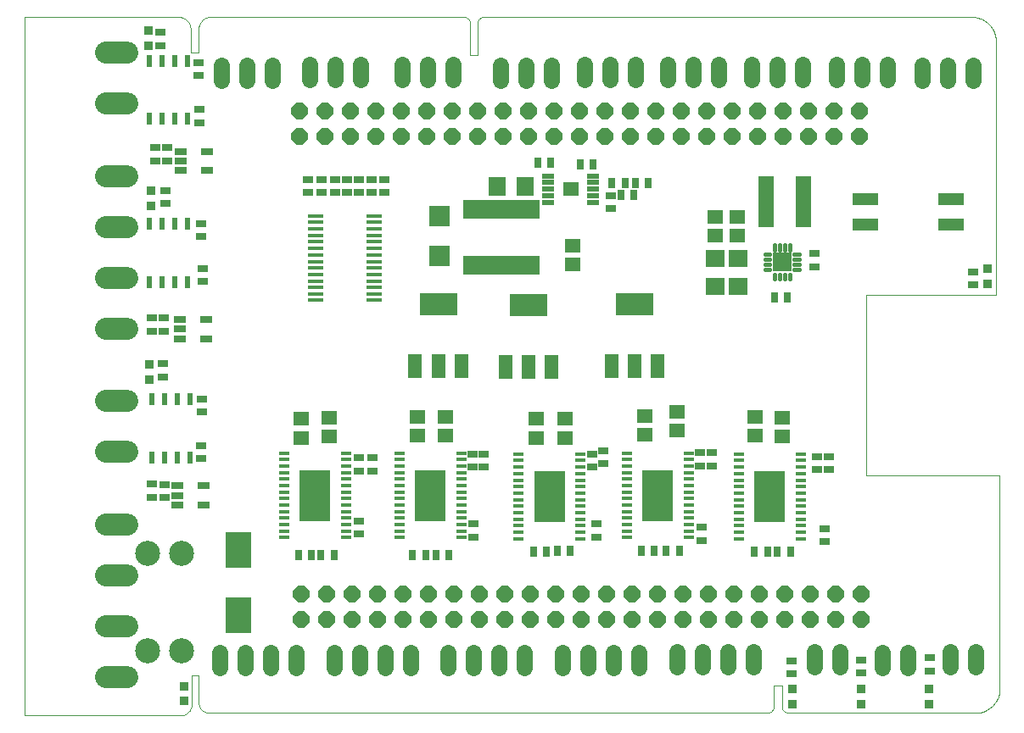
<source format=gts>
G75*
G70*
%OFA0B0*%
%FSLAX24Y24*%
%IPPOS*%
%LPD*%
%AMOC8*
5,1,8,0,0,1.08239X$1,22.5*
%
%ADD10C,0.0000*%
%ADD11OC8,0.0640*%
%ADD12R,0.0434X0.0178*%
%ADD13R,0.1221X0.2009*%
%ADD14R,0.0316X0.0394*%
%ADD15R,0.0631X0.0552*%
%ADD16R,0.0355X0.0355*%
%ADD17R,0.0520X0.0920*%
%ADD18R,0.1457X0.0906*%
%ADD19R,0.0394X0.0316*%
%ADD20R,0.0620X0.0180*%
%ADD21C,0.0640*%
%ADD22C,0.0865*%
%ADD23R,0.1001X0.0485*%
%ADD24R,0.1024X0.1418*%
%ADD25R,0.0512X0.0257*%
%ADD26R,0.0237X0.0473*%
%ADD27C,0.0158*%
%ADD28R,0.0749X0.0749*%
%ADD29R,0.0749X0.0670*%
%ADD30R,0.0591X0.2009*%
%ADD31R,0.0473X0.0197*%
%ADD32R,0.0670X0.0749*%
%ADD33R,0.0827X0.0827*%
%ADD34R,0.2993X0.0749*%
%ADD35C,0.0985*%
D10*
X000474Y003346D02*
X006615Y003346D01*
X006616Y003346D02*
X006657Y003350D01*
X006699Y003358D01*
X006739Y003369D01*
X006778Y003384D01*
X006815Y003403D01*
X006851Y003425D01*
X006884Y003450D01*
X006915Y003478D01*
X006944Y003509D01*
X006969Y003542D01*
X006991Y003577D01*
X007010Y003615D01*
X007025Y003654D01*
X007037Y003694D01*
X007044Y003735D01*
X007048Y003777D01*
X007049Y003819D01*
X007049Y004921D01*
X007324Y004921D01*
X007324Y003858D01*
X007323Y003821D01*
X007327Y003784D01*
X007334Y003748D01*
X007344Y003713D01*
X007358Y003679D01*
X007376Y003646D01*
X007396Y003616D01*
X007419Y003587D01*
X007445Y003561D01*
X007474Y003538D01*
X007504Y003517D01*
X007536Y003500D01*
X007570Y003485D01*
X007606Y003475D01*
X007642Y003467D01*
X007678Y003464D01*
X029686Y003464D01*
X029714Y003466D01*
X029742Y003471D01*
X029770Y003479D01*
X029796Y003491D01*
X029820Y003506D01*
X029842Y003523D01*
X029863Y003544D01*
X029880Y003566D01*
X029895Y003590D01*
X029907Y003616D01*
X029915Y003644D01*
X029920Y003672D01*
X029922Y003700D01*
X029923Y003700D02*
X029923Y004527D01*
X030237Y004527D01*
X030237Y003700D01*
X030238Y003700D02*
X030240Y003672D01*
X030245Y003644D01*
X030253Y003616D01*
X030265Y003590D01*
X030280Y003566D01*
X030297Y003544D01*
X030318Y003523D01*
X030340Y003506D01*
X030364Y003491D01*
X030390Y003479D01*
X030418Y003471D01*
X030446Y003466D01*
X030474Y003464D01*
X037993Y003464D01*
X037994Y003464D02*
X038052Y003475D01*
X038109Y003489D01*
X038165Y003506D01*
X038219Y003528D01*
X038273Y003552D01*
X038325Y003580D01*
X038374Y003611D01*
X038422Y003645D01*
X038468Y003682D01*
X038511Y003722D01*
X038552Y003764D01*
X038589Y003809D01*
X038624Y003856D01*
X038656Y003906D01*
X038685Y003957D01*
X038711Y004010D01*
X038733Y004064D01*
X038751Y004120D01*
X038767Y004177D01*
X038778Y004234D01*
X038786Y004292D01*
X038790Y004351D01*
X038791Y004410D01*
X038788Y004468D01*
X038781Y004527D01*
X038781Y012795D01*
X033545Y012795D01*
X033545Y019882D01*
X038663Y019882D01*
X038643Y029882D01*
X038640Y029942D01*
X038633Y030002D01*
X038622Y030062D01*
X038608Y030121D01*
X038589Y030179D01*
X038568Y030235D01*
X038543Y030291D01*
X038514Y030344D01*
X038482Y030396D01*
X038447Y030445D01*
X038409Y030492D01*
X038368Y030537D01*
X038324Y030579D01*
X038278Y030618D01*
X038229Y030654D01*
X038178Y030687D01*
X038126Y030717D01*
X038071Y030743D01*
X038015Y030766D01*
X037957Y030786D01*
X037899Y030801D01*
X037839Y030813D01*
X037779Y030822D01*
X037719Y030826D01*
X037658Y030827D01*
X037659Y030826D02*
X018545Y030826D01*
X018545Y030827D02*
X018514Y030825D01*
X018484Y030820D01*
X018454Y030812D01*
X018425Y030800D01*
X018398Y030785D01*
X018373Y030767D01*
X018350Y030746D01*
X018329Y030723D01*
X018311Y030698D01*
X018296Y030671D01*
X018284Y030642D01*
X018276Y030612D01*
X018271Y030582D01*
X018269Y030551D01*
X018269Y029330D01*
X017993Y029330D01*
X017993Y030551D01*
X017994Y030551D02*
X017992Y030582D01*
X017987Y030612D01*
X017979Y030642D01*
X017967Y030671D01*
X017952Y030698D01*
X017934Y030723D01*
X017913Y030746D01*
X017890Y030767D01*
X017865Y030785D01*
X017838Y030800D01*
X017809Y030812D01*
X017779Y030820D01*
X017749Y030825D01*
X017718Y030827D01*
X017718Y030826D02*
X007797Y030826D01*
X007756Y030824D01*
X007715Y030819D01*
X007675Y030810D01*
X007636Y030798D01*
X007598Y030782D01*
X007561Y030763D01*
X007526Y030741D01*
X007494Y030716D01*
X007463Y030688D01*
X007435Y030657D01*
X007410Y030625D01*
X007388Y030590D01*
X007369Y030553D01*
X007353Y030515D01*
X007341Y030476D01*
X007332Y030436D01*
X007327Y030395D01*
X007325Y030354D01*
X007324Y030354D02*
X007324Y029409D01*
X007009Y029409D01*
X007009Y030354D01*
X007010Y030354D02*
X007006Y030397D01*
X006999Y030439D01*
X006988Y030481D01*
X006973Y030521D01*
X006955Y030560D01*
X006934Y030597D01*
X006909Y030633D01*
X006882Y030666D01*
X006851Y030696D01*
X006819Y030724D01*
X006783Y030749D01*
X006746Y030770D01*
X006707Y030789D01*
X006667Y030804D01*
X006625Y030815D01*
X006583Y030823D01*
X006540Y030826D01*
X006497Y030827D01*
X006497Y030826D02*
X000474Y030826D01*
X000474Y003346D01*
D11*
X011340Y007137D03*
X012340Y007137D03*
X013340Y007137D03*
X014340Y007137D03*
X015340Y007137D03*
X016340Y007137D03*
X017340Y007137D03*
X018340Y007137D03*
X019340Y007137D03*
X020340Y007137D03*
X021340Y007137D03*
X022340Y007137D03*
X023340Y007137D03*
X024340Y007137D03*
X025340Y007137D03*
X026340Y007137D03*
X027340Y007137D03*
X028340Y007137D03*
X029340Y007137D03*
X030340Y007137D03*
X031340Y007137D03*
X032340Y007137D03*
X033340Y007137D03*
X033340Y008137D03*
X032340Y008137D03*
X031340Y008137D03*
X030340Y008137D03*
X029340Y008137D03*
X028340Y008137D03*
X027340Y008137D03*
X026340Y008137D03*
X025340Y008137D03*
X024340Y008137D03*
X023340Y008137D03*
X022340Y008137D03*
X021340Y008137D03*
X020340Y008137D03*
X019340Y008137D03*
X018340Y008137D03*
X017340Y008137D03*
X016340Y008137D03*
X015340Y008137D03*
X014340Y008137D03*
X013340Y008137D03*
X012340Y008137D03*
X011340Y008137D03*
X011277Y026130D03*
X012277Y026130D03*
X013277Y026130D03*
X013277Y027130D03*
X012277Y027130D03*
X011277Y027130D03*
X014277Y027130D03*
X015277Y027130D03*
X016277Y027130D03*
X017277Y027130D03*
X018277Y027130D03*
X019277Y027130D03*
X020277Y027130D03*
X021277Y027130D03*
X022277Y027130D03*
X023277Y027130D03*
X024277Y027130D03*
X025277Y027130D03*
X026277Y027130D03*
X027277Y027130D03*
X028277Y027130D03*
X029277Y027130D03*
X030277Y027130D03*
X031277Y027130D03*
X032277Y027130D03*
X033277Y027130D03*
X033277Y026130D03*
X032277Y026130D03*
X031277Y026130D03*
X030277Y026130D03*
X029277Y026130D03*
X028277Y026130D03*
X027277Y026130D03*
X026277Y026130D03*
X025277Y026130D03*
X024277Y026130D03*
X023277Y026130D03*
X022277Y026130D03*
X021277Y026130D03*
X020277Y026130D03*
X019277Y026130D03*
X018277Y026130D03*
X017277Y026130D03*
X016277Y026130D03*
X015277Y026130D03*
X014277Y026130D03*
D12*
X015203Y013671D03*
X015203Y013415D03*
X015203Y013159D03*
X015203Y012903D03*
X015203Y012647D03*
X015203Y012391D03*
X015203Y012136D03*
X015203Y011880D03*
X015203Y011624D03*
X015203Y011368D03*
X015203Y011112D03*
X015203Y010856D03*
X015203Y010600D03*
X015203Y010344D03*
X013107Y010344D03*
X013107Y010600D03*
X013107Y010856D03*
X013107Y011112D03*
X013107Y011368D03*
X013107Y011624D03*
X013107Y011880D03*
X013107Y012136D03*
X013107Y012391D03*
X013107Y012647D03*
X013107Y012903D03*
X013107Y013159D03*
X013107Y013415D03*
X013107Y013671D03*
X010675Y013671D03*
X010675Y013415D03*
X010675Y013159D03*
X010675Y012903D03*
X010675Y012647D03*
X010675Y012391D03*
X010675Y012136D03*
X010675Y011880D03*
X010675Y011624D03*
X010675Y011368D03*
X010675Y011112D03*
X010675Y010856D03*
X010675Y010600D03*
X010675Y010344D03*
X017634Y010344D03*
X017634Y010600D03*
X017634Y010856D03*
X017634Y011112D03*
X017634Y011368D03*
X017634Y011624D03*
X017634Y011880D03*
X017634Y012136D03*
X017634Y012391D03*
X017634Y012647D03*
X017634Y012903D03*
X017634Y013159D03*
X017634Y013415D03*
X017634Y013671D03*
X019888Y013632D03*
X019888Y013376D03*
X019888Y013120D03*
X019888Y012864D03*
X019888Y012608D03*
X019888Y012352D03*
X019888Y012096D03*
X019888Y011840D03*
X019888Y011584D03*
X019888Y011328D03*
X019888Y011073D03*
X019888Y010817D03*
X019888Y010561D03*
X019888Y010305D03*
X022319Y010305D03*
X022319Y010561D03*
X022319Y010817D03*
X022319Y011073D03*
X022319Y011328D03*
X022319Y011584D03*
X022319Y011840D03*
X022319Y012096D03*
X022319Y012352D03*
X022319Y012608D03*
X022319Y012864D03*
X022319Y013120D03*
X022319Y013376D03*
X022319Y013632D03*
X024140Y013671D03*
X024140Y013415D03*
X024140Y013159D03*
X024140Y012903D03*
X024140Y012647D03*
X024140Y012391D03*
X024140Y012136D03*
X024140Y011880D03*
X024140Y011624D03*
X024140Y011368D03*
X024140Y011112D03*
X024140Y010856D03*
X024140Y010600D03*
X024140Y010344D03*
X026571Y010344D03*
X026571Y010600D03*
X026571Y010856D03*
X026571Y011112D03*
X026571Y011368D03*
X026571Y011624D03*
X026571Y011880D03*
X026571Y012136D03*
X026571Y012391D03*
X026571Y012647D03*
X026571Y012903D03*
X026571Y013159D03*
X026571Y013415D03*
X026571Y013671D03*
X028549Y013632D03*
X028549Y013376D03*
X028549Y013120D03*
X028549Y012864D03*
X028549Y012608D03*
X028549Y012352D03*
X028549Y012096D03*
X028549Y011840D03*
X028549Y011584D03*
X028549Y011328D03*
X028549Y011073D03*
X028549Y010817D03*
X028549Y010561D03*
X028549Y010305D03*
X030981Y010305D03*
X030981Y010561D03*
X030981Y010817D03*
X030981Y011073D03*
X030981Y011328D03*
X030981Y011584D03*
X030981Y011840D03*
X030981Y012096D03*
X030981Y012352D03*
X030981Y012608D03*
X030981Y012864D03*
X030981Y013120D03*
X030981Y013376D03*
X030981Y013632D03*
D13*
X029765Y011968D03*
X025356Y012008D03*
X021104Y011968D03*
X016419Y012008D03*
X011891Y012008D03*
D14*
X011753Y009645D03*
X012127Y009645D03*
X012639Y009645D03*
X011241Y009645D03*
X015730Y009645D03*
X016241Y009645D03*
X016635Y009645D03*
X017147Y009645D03*
X020474Y009803D03*
X020986Y009803D03*
X021419Y009823D03*
X021930Y009823D03*
X024706Y009842D03*
X025218Y009842D03*
X025690Y009842D03*
X026202Y009842D03*
X029155Y009803D03*
X029667Y009803D03*
X030060Y009803D03*
X030572Y009803D03*
X030454Y019803D03*
X029942Y019803D03*
X024430Y023819D03*
X023919Y023819D03*
X024076Y024291D03*
X024470Y024291D03*
X024982Y024291D03*
X023564Y024291D03*
X022816Y025039D03*
X022304Y025039D03*
X021163Y025078D03*
X020651Y025078D03*
D15*
X021954Y024047D03*
X022009Y021830D03*
X022009Y021082D03*
X027600Y022224D03*
X027600Y022972D03*
X028466Y022972D03*
X028466Y022224D03*
X029174Y015098D03*
X029174Y014350D03*
X030237Y014311D03*
X030237Y015059D03*
X026104Y015295D03*
X026104Y014547D03*
X024844Y014389D03*
X024844Y015137D03*
X021714Y015019D03*
X021714Y014271D03*
X020592Y014271D03*
X020592Y015019D03*
X017029Y015098D03*
X017029Y014350D03*
X015907Y014350D03*
X015907Y015098D03*
X012442Y015059D03*
X011340Y015019D03*
X011340Y014271D03*
X012442Y014311D03*
D16*
X005395Y016555D03*
X005395Y017145D03*
X005434Y023405D03*
X005434Y023996D03*
X005356Y029704D03*
X005356Y030295D03*
X006753Y004508D03*
X006753Y003917D03*
X030651Y003799D03*
X030651Y004389D03*
X033348Y004389D03*
X033348Y003799D03*
X036025Y003799D03*
X036025Y004389D03*
X038308Y020334D03*
X038308Y020925D03*
D17*
X025360Y017087D03*
X024450Y017087D03*
X023540Y017087D03*
X021187Y017047D03*
X020277Y017047D03*
X019367Y017047D03*
X017643Y017087D03*
X016734Y017087D03*
X015824Y017087D03*
D18*
X016734Y019527D03*
X020277Y019487D03*
X024450Y019527D03*
D19*
X023505Y023287D03*
X023505Y023799D03*
X031517Y021515D03*
X031517Y021004D03*
X037757Y020807D03*
X037757Y020295D03*
X032088Y013523D03*
X031615Y013523D03*
X031615Y013011D03*
X032088Y013011D03*
X031930Y010689D03*
X031930Y010177D03*
X027482Y013169D03*
X027029Y013169D03*
X027029Y013681D03*
X027482Y013681D03*
X027088Y010748D03*
X027088Y010236D03*
X023210Y013248D03*
X022797Y013110D03*
X022797Y013622D03*
X023210Y013760D03*
X022954Y010886D03*
X022954Y010374D03*
X018525Y013130D03*
X018092Y013130D03*
X018092Y013641D03*
X018525Y013641D03*
X018111Y010886D03*
X018111Y010374D03*
X014135Y012972D03*
X013623Y012972D03*
X013623Y013484D03*
X014135Y013484D03*
X013623Y011004D03*
X013623Y010492D03*
X007403Y013445D03*
X007403Y013956D03*
X007442Y015295D03*
X007442Y015807D03*
X005907Y016673D03*
X005907Y017185D03*
X005958Y018464D03*
X005474Y018464D03*
X005474Y018976D03*
X005958Y018976D03*
X007482Y020413D03*
X007482Y020925D03*
X007403Y022185D03*
X007403Y022697D03*
X006025Y023484D03*
X006025Y023996D03*
X006072Y025173D03*
X005631Y025173D03*
X005631Y025685D03*
X006072Y025685D03*
X007363Y026673D03*
X007363Y027185D03*
X007324Y028523D03*
X007324Y029035D03*
X005828Y029704D03*
X005828Y030216D03*
X011619Y024425D03*
X011619Y023913D03*
X012151Y023917D03*
X012151Y024429D03*
X012682Y024425D03*
X013151Y024429D03*
X013623Y024429D03*
X014127Y024421D03*
X014604Y024441D03*
X014604Y023929D03*
X014127Y023909D03*
X013623Y023917D03*
X013151Y023917D03*
X012682Y023913D03*
X005966Y012441D03*
X005470Y012445D03*
X005470Y011933D03*
X005966Y011929D03*
X030631Y005492D03*
X030631Y004980D03*
X033348Y005019D03*
X033348Y005531D03*
X036064Y005610D03*
X036064Y005098D03*
D20*
X014222Y019678D03*
X014222Y019928D03*
X014222Y020188D03*
X014222Y020438D03*
X014222Y020698D03*
X014222Y020958D03*
X014222Y021208D03*
X014222Y021468D03*
X014222Y021718D03*
X014222Y021978D03*
X014222Y022238D03*
X014222Y022488D03*
X014222Y022748D03*
X014222Y022998D03*
X011922Y022998D03*
X011922Y022748D03*
X011922Y022488D03*
X011922Y022238D03*
X011922Y021978D03*
X011922Y021718D03*
X011922Y021468D03*
X011922Y021208D03*
X011922Y020958D03*
X011922Y020698D03*
X011922Y020438D03*
X011922Y020188D03*
X011922Y019928D03*
X011922Y019678D03*
D21*
X010214Y028322D02*
X010214Y028922D01*
X009214Y028922D02*
X009214Y028322D01*
X008214Y028322D02*
X008214Y028922D01*
X011678Y028961D02*
X011678Y028361D01*
X012678Y028361D02*
X012678Y028961D01*
X013678Y028961D02*
X013678Y028361D01*
X015300Y028361D02*
X015300Y028961D01*
X016300Y028961D02*
X016300Y028361D01*
X017300Y028361D02*
X017300Y028961D01*
X019198Y028922D02*
X019198Y028322D01*
X020198Y028322D02*
X020198Y028922D01*
X021198Y028922D02*
X021198Y028322D01*
X022466Y028361D02*
X022466Y028961D01*
X023466Y028961D02*
X023466Y028361D01*
X024466Y028361D02*
X024466Y028961D01*
X025734Y028961D02*
X025734Y028361D01*
X026734Y028361D02*
X026734Y028961D01*
X027734Y028961D02*
X027734Y028361D01*
X029041Y028361D02*
X029041Y028961D01*
X030041Y028961D02*
X030041Y028361D01*
X031041Y028361D02*
X031041Y028961D01*
X032387Y028961D02*
X032387Y028361D01*
X033387Y028361D02*
X033387Y028961D01*
X034387Y028961D02*
X034387Y028361D01*
X035734Y028322D02*
X035734Y028922D01*
X036734Y028922D02*
X036734Y028322D01*
X037734Y028322D02*
X037734Y028922D01*
X037863Y005851D02*
X037863Y005251D01*
X036863Y005251D02*
X036863Y005851D01*
X035186Y005811D02*
X035186Y005211D01*
X034186Y005211D02*
X034186Y005811D01*
X032509Y005851D02*
X032509Y005251D01*
X031509Y005251D02*
X031509Y005851D01*
X029100Y005851D02*
X029100Y005251D01*
X028100Y005251D02*
X028100Y005851D01*
X027100Y005851D02*
X027100Y005251D01*
X026100Y005251D02*
X026100Y005851D01*
X024611Y005811D02*
X024611Y005211D01*
X023611Y005211D02*
X023611Y005811D01*
X022611Y005811D02*
X022611Y005211D01*
X021611Y005211D02*
X021611Y005811D01*
X020123Y005811D02*
X020123Y005211D01*
X019123Y005211D02*
X019123Y005811D01*
X018123Y005811D02*
X018123Y005211D01*
X017123Y005211D02*
X017123Y005811D01*
X015635Y005811D02*
X015635Y005211D01*
X014635Y005211D02*
X014635Y005811D01*
X013635Y005811D02*
X013635Y005211D01*
X012635Y005211D02*
X012635Y005811D01*
X011147Y005811D02*
X011147Y005211D01*
X010147Y005211D02*
X010147Y005811D01*
X009147Y005811D02*
X009147Y005211D01*
X008147Y005211D02*
X008147Y005811D01*
D22*
X004500Y004874D02*
X003675Y004874D01*
X003675Y006874D02*
X004500Y006874D01*
X004500Y008874D02*
X003675Y008874D01*
X003675Y010874D02*
X004500Y010874D01*
X004500Y013724D02*
X003675Y013724D01*
X003675Y015724D02*
X004500Y015724D01*
X004500Y018574D02*
X003675Y018574D01*
X003675Y020574D02*
X004500Y020574D01*
X004500Y022574D02*
X003675Y022574D01*
X003675Y024574D02*
X004500Y024574D01*
X004500Y027425D02*
X003675Y027425D01*
X003675Y029425D02*
X004500Y029425D01*
D23*
X033505Y023649D03*
X033505Y022649D03*
X036891Y022649D03*
X036891Y023649D03*
D24*
X008899Y009862D03*
X008899Y007303D03*
D25*
X007521Y011634D03*
X007521Y012382D03*
X006497Y012382D03*
X006497Y012008D03*
X006497Y011634D03*
X006576Y018169D03*
X006576Y018543D03*
X006576Y018917D03*
X007600Y018917D03*
X007600Y018169D03*
X007639Y024783D03*
X007639Y025531D03*
X006615Y025531D03*
X006615Y025157D03*
X006615Y024783D03*
D26*
X006393Y026811D03*
X005893Y026811D03*
X005393Y026811D03*
X006893Y026811D03*
X006893Y029094D03*
X006393Y029094D03*
X005893Y029094D03*
X005393Y029094D03*
X005393Y022677D03*
X005893Y022677D03*
X006393Y022677D03*
X006893Y022677D03*
X006893Y020393D03*
X006393Y020393D03*
X005893Y020393D03*
X005393Y020393D03*
X005472Y015787D03*
X005972Y015787D03*
X006472Y015787D03*
X006972Y015787D03*
X006972Y013504D03*
X006472Y013504D03*
X005972Y013504D03*
X005472Y013504D03*
D27*
X029569Y020886D02*
X029745Y020886D01*
X029745Y021082D02*
X029569Y021082D01*
X029569Y021279D02*
X029745Y021279D01*
X029745Y021476D02*
X029569Y021476D01*
X029942Y021673D02*
X029942Y021849D01*
X030139Y021849D02*
X030139Y021673D01*
X030336Y021673D02*
X030336Y021849D01*
X030533Y021849D02*
X030533Y021673D01*
X030730Y021476D02*
X030906Y021476D01*
X030906Y021279D02*
X030730Y021279D01*
X030730Y021082D02*
X030906Y021082D01*
X030906Y020886D02*
X030730Y020886D01*
X030533Y020688D02*
X030533Y020512D01*
X030336Y020512D02*
X030336Y020688D01*
X030139Y020688D02*
X030139Y020512D01*
X029942Y020512D02*
X029942Y020688D01*
D28*
X030237Y021181D03*
D29*
X028505Y021338D03*
X027600Y021338D03*
X027600Y020236D03*
X028505Y020236D03*
D30*
X029627Y023543D03*
X031084Y023543D03*
D31*
X022816Y023541D03*
X022816Y023797D03*
X022816Y024053D03*
X022816Y024309D03*
X022816Y024565D03*
X021045Y024565D03*
X021045Y024309D03*
X021045Y024053D03*
X021045Y023797D03*
X021045Y023541D03*
D32*
X020159Y024173D03*
X019056Y024173D03*
D33*
X016773Y022992D03*
X016773Y021417D03*
D34*
X019214Y021063D03*
X019214Y023267D03*
D35*
X006655Y009730D03*
X005316Y009730D03*
X005316Y005899D03*
X006655Y005899D03*
M02*

</source>
